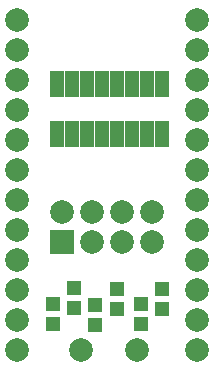
<source format=gbr>
G04 DipTrace 3.1.0.1*
G04 TopMask.gbr*
%MOIN*%
G04 #@! TF.FileFunction,Soldermask,Top*
G04 #@! TF.Part,Single*
%ADD31R,0.045276X0.086614*%
%ADD33R,0.047244X0.051181*%
%ADD37C,0.07874*%
%ADD39C,0.07874*%
%ADD41R,0.07874X0.07874*%
%FSLAX26Y26*%
G04*
G70*
G90*
G75*
G01*
G04 TopMask*
%LPD*%
D41*
X593882Y804882D3*
D39*
Y904882D3*
X693882Y804882D3*
Y904882D3*
X793882Y804882D3*
Y904882D3*
X893882Y804882D3*
Y904882D3*
D37*
X444882Y444882D3*
X1044882D3*
X444882Y544882D3*
Y644882D3*
Y744882D3*
X1044882Y544882D3*
Y644882D3*
Y744882D3*
X444882Y844882D3*
Y944882D3*
Y1044882D3*
Y1144882D3*
Y1244882D3*
Y1344882D3*
Y1444882D3*
Y1544882D3*
X1044882Y844882D3*
Y944882D3*
Y1044882D3*
Y1144882D3*
Y1244882D3*
Y1344882D3*
Y1444882D3*
Y1544882D3*
X656882Y444882D3*
X844882D3*
D33*
X633882Y584882D3*
Y651811D3*
X779882Y583882D3*
Y650811D3*
X927882Y583882D3*
Y650811D3*
X856882Y531882D3*
Y598811D3*
X703882Y529882D3*
Y596811D3*
X564882Y531882D3*
Y598811D3*
D31*
X576882Y1166882D3*
X626882D3*
X676882D3*
X726882D3*
X776882D3*
X826882D3*
X876882D3*
X926882D3*
X577882Y1333882D3*
X627882D3*
X677882D3*
X727882D3*
X777882D3*
X827882D3*
X877882D3*
X927882D3*
M02*

</source>
